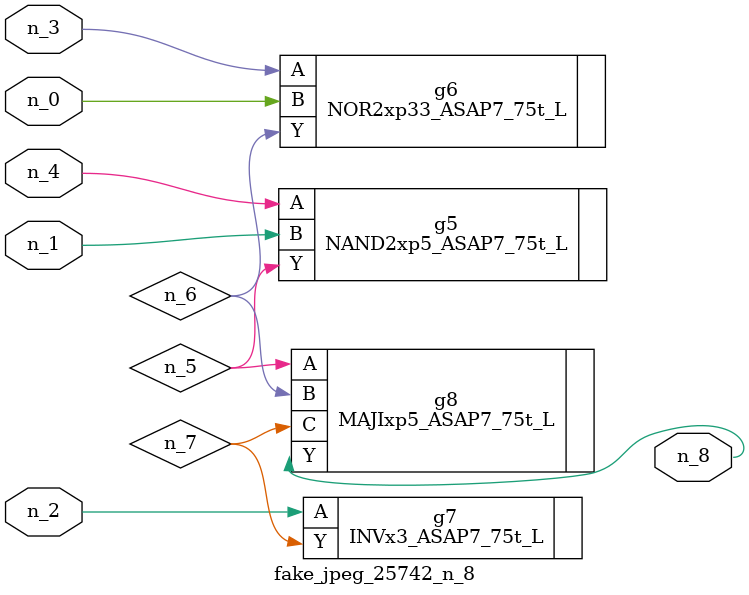
<source format=v>
module fake_jpeg_25742_n_8 (n_3, n_2, n_1, n_0, n_4, n_8);

input n_3;
input n_2;
input n_1;
input n_0;
input n_4;

output n_8;

wire n_6;
wire n_5;
wire n_7;

NAND2xp5_ASAP7_75t_L g5 ( 
.A(n_4),
.B(n_1),
.Y(n_5)
);

NOR2xp33_ASAP7_75t_L g6 ( 
.A(n_3),
.B(n_0),
.Y(n_6)
);

INVx3_ASAP7_75t_L g7 ( 
.A(n_2),
.Y(n_7)
);

MAJIxp5_ASAP7_75t_L g8 ( 
.A(n_5),
.B(n_6),
.C(n_7),
.Y(n_8)
);


endmodule
</source>
